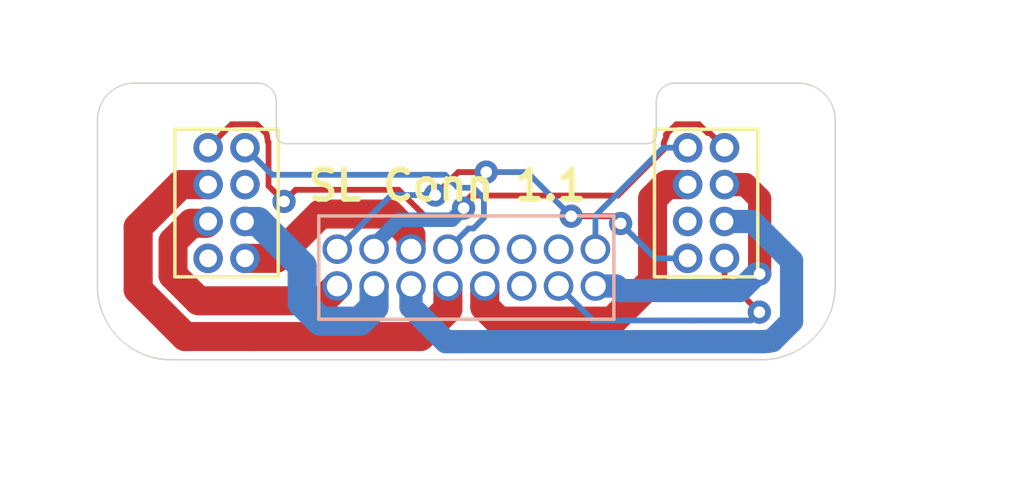
<source format=kicad_pcb>
(kicad_pcb (version 20171130) (host pcbnew "(5.1.4)-1")

  (general
    (thickness 1.6)
    (drawings 17)
    (tracks 128)
    (zones 0)
    (modules 3)
    (nets 13)
  )

  (page A4)
  (layers
    (0 F.Cu signal)
    (31 B.Cu signal)
    (32 B.Adhes user)
    (33 F.Adhes user)
    (34 B.Paste user)
    (35 F.Paste user)
    (36 B.SilkS user)
    (37 F.SilkS user)
    (38 B.Mask user)
    (39 F.Mask user)
    (40 Dwgs.User user)
    (41 Cmts.User user)
    (42 Eco1.User user)
    (43 Eco2.User user)
    (44 Edge.Cuts user)
    (45 Margin user)
    (46 B.CrtYd user)
    (47 F.CrtYd user)
    (48 B.Fab user)
    (49 F.Fab user)
  )

  (setup
    (last_trace_width 0.25)
    (user_trace_width 0.2)
    (user_trace_width 0.5)
    (user_trace_width 0.8)
    (user_trace_width 1)
    (trace_clearance 0.2)
    (zone_clearance 0.2032)
    (zone_45_only no)
    (trace_min 0.2)
    (via_size 0.8)
    (via_drill 0.4)
    (via_min_size 0.4)
    (via_min_drill 0.3)
    (uvia_size 0.3)
    (uvia_drill 0.1)
    (uvias_allowed no)
    (uvia_min_size 0.2)
    (uvia_min_drill 0.1)
    (edge_width 0.05)
    (segment_width 0.2)
    (pcb_text_width 0.3)
    (pcb_text_size 1.5 1.5)
    (mod_edge_width 0.12)
    (mod_text_size 1 1)
    (mod_text_width 0.15)
    (pad_size 1.524 1.524)
    (pad_drill 0.762)
    (pad_to_mask_clearance 0.051)
    (solder_mask_min_width 0.25)
    (aux_axis_origin 0 0)
    (visible_elements 7FFFFFFF)
    (pcbplotparams
      (layerselection 0x010fc_ffffffff)
      (usegerberextensions false)
      (usegerberattributes false)
      (usegerberadvancedattributes false)
      (creategerberjobfile false)
      (excludeedgelayer true)
      (linewidth 0.100000)
      (plotframeref false)
      (viasonmask false)
      (mode 1)
      (useauxorigin false)
      (hpglpennumber 1)
      (hpglpenspeed 20)
      (hpglpendiameter 15.000000)
      (psnegative false)
      (psa4output false)
      (plotreference true)
      (plotvalue true)
      (plotinvisibletext false)
      (padsonsilk false)
      (subtractmaskfromsilk false)
      (outputformat 1)
      (mirror false)
      (drillshape 0)
      (scaleselection 1)
      (outputdirectory "SkateLightConnBoard1.1/"))
  )

  (net 0 "")
  (net 1 +3V3)
  (net 2 LightSense1)
  (net 3 LED1A)
  (net 4 LightSense2)
  (net 5 LED1C)
  (net 6 LED2A)
  (net 7 temp1)
  (net 8 GND)
  (net 9 temp2)
  (net 10 LED3A)
  (net 11 LED2C)
  (net 12 LED3C)

  (net_class Default "This is the default net class."
    (clearance 0.2)
    (trace_width 0.25)
    (via_dia 0.8)
    (via_drill 0.4)
    (uvia_dia 0.3)
    (uvia_drill 0.1)
    (add_net +3V3)
    (add_net GND)
    (add_net LED1A)
    (add_net LED1C)
    (add_net LED2A)
    (add_net LED2C)
    (add_net LED3A)
    (add_net LED3C)
    (add_net LightSense1)
    (add_net LightSense2)
    (add_net temp1)
    (add_net temp2)
  )

  (module LolomoloKiCADLib:Conn_2x8_0.05in (layer B.Cu) (tedit 5DB37465) (tstamp 5DCE2F55)
    (at -4.445 1.5875 270)
    (path /5DE6E5D9)
    (fp_text reference J2 (at 0.6604 1.524 270) (layer B.SilkS) hide
      (effects (font (size 1 1) (thickness 0.15)) (justify mirror))
    )
    (fp_text value Conn_02x08_Odd_Even (at 0 0.5 270) (layer B.Fab)
      (effects (font (size 1 1) (thickness 0.15)) (justify mirror))
    )
    (fp_line (start -1.143 -9.525) (end -1.143 0.635) (layer B.SilkS) (width 0.12))
    (fp_line (start 2.413 -9.525) (end -1.143 -9.525) (layer B.SilkS) (width 0.12))
    (fp_line (start 2.413 0.635) (end 2.413 -9.525) (layer B.SilkS) (width 0.12))
    (fp_line (start -1.143 0.635) (end 2.413 0.635) (layer B.SilkS) (width 0.12))
    (pad 16 thru_hole circle (at 1.27 -8.89 270) (size 1.016 1.016) (drill 0.7112) (layers *.Cu *.Mask)
      (net 3 LED1A))
    (pad 15 thru_hole circle (at 0 -8.89 270) (size 1.016 1.016) (drill 0.7112) (layers *.Cu *.Mask)
      (net 2 LightSense1))
    (pad 14 thru_hole circle (at 1.27 -7.62 270) (size 1.016 1.016) (drill 0.7112) (layers *.Cu *.Mask)
      (net 7 temp1))
    (pad 13 thru_hole circle (at 0 -7.62 270) (size 1.016 1.016) (drill 0.7112) (layers *.Cu *.Mask))
    (pad 12 thru_hole circle (at 1.27 -6.35 270) (size 1.016 1.016) (drill 0.7112) (layers *.Cu *.Mask))
    (pad 11 thru_hole circle (at 0 -6.35 270) (size 1.016 1.016) (drill 0.7112) (layers *.Cu *.Mask))
    (pad 10 thru_hole circle (at 1.27 -5.08 270) (size 1.016 1.016) (drill 0.7112) (layers *.Cu *.Mask)
      (net 6 LED2A))
    (pad 9 thru_hole circle (at 0 -5.08 270) (size 1.016 1.016) (drill 0.7112) (layers *.Cu *.Mask))
    (pad 8 thru_hole circle (at 1.27 -3.81 270) (size 1.016 1.016) (drill 0.7112) (layers *.Cu *.Mask)
      (net 10 LED3A))
    (pad 7 thru_hole circle (at 0 -3.81 270) (size 1.016 1.016) (drill 0.7112) (layers *.Cu *.Mask)
      (net 4 LightSense2))
    (pad 6 thru_hole circle (at 1.27 -2.54 270) (size 1.016 1.016) (drill 0.7112) (layers *.Cu *.Mask)
      (net 5 LED1C))
    (pad 5 thru_hole circle (at 0 -2.54 270) (size 1.016 1.016) (drill 0.7112) (layers *.Cu *.Mask)
      (net 9 temp2))
    (pad 4 thru_hole circle (at 1.27 -1.27 270) (size 1.016 1.016) (drill 0.7112) (layers *.Cu *.Mask)
      (net 11 LED2C))
    (pad 3 thru_hole circle (at 0 -1.27 270) (size 1.016 1.016) (drill 0.7112) (layers *.Cu *.Mask)
      (net 1 +3V3))
    (pad 2 thru_hole circle (at 1.27 0 270) (size 1.016 1.016) (drill 0.7112) (layers *.Cu *.Mask)
      (net 12 LED3C))
    (pad 1 thru_hole circle (at 0 0 270) (size 1.016 1.016) (drill 0.7112) (layers *.Cu *.Mask)
      (net 8 GND))
  )

  (module LolomoloKiCADLib:Conn_2x4_0.05in (layer F.Cu) (tedit 5DB23ACC) (tstamp 5DB390FA)
    (at 7.62 -1.905)
    (path /5DE6DC03)
    (fp_text reference J1 (at 0.6604 -1.524) (layer F.SilkS) hide
      (effects (font (size 1 1) (thickness 0.15)))
    )
    (fp_text value Conn_02x04_Odd_Even (at 3.0226 -4.18846) (layer F.Fab)
      (effects (font (size 1 1) (thickness 0.15)))
    )
    (fp_line (start -1.143 -0.635) (end 2.413 -0.635) (layer F.SilkS) (width 0.12))
    (fp_line (start 2.413 -0.635) (end 2.413 4.445) (layer F.SilkS) (width 0.12))
    (fp_line (start 2.413 4.445) (end -1.143 4.445) (layer F.SilkS) (width 0.12))
    (fp_line (start -1.143 4.445) (end -1.143 -0.635) (layer F.SilkS) (width 0.12))
    (pad 1 thru_hole circle (at 0 0) (size 1.016 1.016) (drill 0.6096) (layers *.Cu *.Mask)
      (net 2 LightSense1))
    (pad 2 thru_hole circle (at 1.27 0) (size 1.016 1.016) (drill 0.6096) (layers *.Cu *.Mask)
      (net 1 +3V3))
    (pad 3 thru_hole circle (at 0 1.27) (size 1.016 1.016) (drill 0.6096) (layers *.Cu *.Mask)
      (net 6 LED2A))
    (pad 4 thru_hole circle (at 1.27 1.27) (size 1.016 1.016) (drill 0.6096) (layers *.Cu *.Mask)
      (net 3 LED1A))
    (pad 5 thru_hole circle (at 0 2.54) (size 1.016 1.016) (drill 0.6096) (layers *.Cu *.Mask))
    (pad 6 thru_hole circle (at 1.27 2.54) (size 1.016 1.016) (drill 0.6096) (layers *.Cu *.Mask)
      (net 5 LED1C))
    (pad 7 thru_hole circle (at 0 3.81) (size 1.016 1.016) (drill 0.6096) (layers *.Cu *.Mask)
      (net 8 GND))
    (pad 8 thru_hole circle (at 1.27 3.81) (size 1.016 1.016) (drill 0.6096) (layers *.Cu *.Mask)
      (net 7 temp1))
  )

  (module LolomoloKiCADLib:Conn_2x4_0.05in (layer F.Cu) (tedit 5DB23ACC) (tstamp 5DC239E6)
    (at -8.89 -1.905)
    (path /5DE7099D)
    (fp_text reference J3 (at 0.6604 -1.524) (layer F.SilkS) hide
      (effects (font (size 1 1) (thickness 0.15)))
    )
    (fp_text value Conn_02x04_Odd_Even (at 1.41224 -3.94716) (layer F.Fab)
      (effects (font (size 1 1) (thickness 0.15)))
    )
    (fp_line (start -1.143 4.445) (end -1.143 -0.635) (layer F.SilkS) (width 0.12))
    (fp_line (start 2.413 4.445) (end -1.143 4.445) (layer F.SilkS) (width 0.12))
    (fp_line (start 2.413 -0.635) (end 2.413 4.445) (layer F.SilkS) (width 0.12))
    (fp_line (start -1.143 -0.635) (end 2.413 -0.635) (layer F.SilkS) (width 0.12))
    (pad 8 thru_hole circle (at 1.27 3.81) (size 1.016 1.016) (drill 0.6096) (layers *.Cu *.Mask)
      (net 9 temp2))
    (pad 7 thru_hole circle (at 0 3.81) (size 1.016 1.016) (drill 0.6096) (layers *.Cu *.Mask)
      (net 8 GND))
    (pad 6 thru_hole circle (at 1.27 2.54) (size 1.016 1.016) (drill 0.6096) (layers *.Cu *.Mask)
      (net 11 LED2C))
    (pad 5 thru_hole circle (at 0 2.54) (size 1.016 1.016) (drill 0.6096) (layers *.Cu *.Mask)
      (net 12 LED3C))
    (pad 4 thru_hole circle (at 1.27 1.27) (size 1.016 1.016) (drill 0.6096) (layers *.Cu *.Mask))
    (pad 3 thru_hole circle (at 0 1.27) (size 1.016 1.016) (drill 0.6096) (layers *.Cu *.Mask)
      (net 10 LED3A))
    (pad 2 thru_hole circle (at 1.27 0) (size 1.016 1.016) (drill 0.6096) (layers *.Cu *.Mask)
      (net 4 LightSense2))
    (pad 1 thru_hole circle (at 0 0) (size 1.016 1.016) (drill 0.6096) (layers *.Cu *.Mask)
      (net 1 +3V3))
  )

  (gr_text "SL Conn 1.1" (at -0.65532 -0.60452) (layer F.SilkS)
    (effects (font (size 1.016 1.016) (thickness 0.2032)))
  )
  (gr_arc (start -11.43 -2.8575) (end -12.7 -2.8575) (angle 90) (layer Edge.Cuts) (width 0.05) (tstamp 5DB3900B))
  (gr_arc (start -7.1755 -3.4925) (end -7.1755 -4.1275) (angle 90) (layer Edge.Cuts) (width 0.05) (tstamp 5DB3900A))
  (gr_line (start -11.43 -4.1275) (end -7.1755 -4.1275) (layer Edge.Cuts) (width 0.05) (tstamp 5DB39009))
  (gr_arc (start -6.223 -2.3622) (end -6.5405 -2.3622) (angle -90) (layer Edge.Cuts) (width 0.05) (tstamp 5DB39008))
  (gr_line (start -6.5405 -3.4925) (end -6.5405 -2.3622) (layer Edge.Cuts) (width 0.05) (tstamp 5DB39007))
  (gr_arc (start -10.16 2.8575) (end -10.16 5.3975) (angle 90) (layer Edge.Cuts) (width 0.05) (tstamp 5DB39006))
  (gr_line (start -12.7 2.8575) (end -12.7 -2.8575) (layer Edge.Cuts) (width 0.05) (tstamp 5DB39005))
  (gr_line (start 6.223 -2.0447) (end -6.223 -2.0447) (layer Edge.Cuts) (width 0.05) (tstamp 5DB38FE2))
  (gr_arc (start 6.223 -2.3622) (end 6.5405 -2.3622) (angle 90) (layer Edge.Cuts) (width 0.05))
  (gr_line (start 6.5405 -3.4925) (end 6.5405 -2.3622) (layer Edge.Cuts) (width 0.05))
  (gr_arc (start 7.1755 -3.4925) (end 7.1755 -4.1275) (angle -90) (layer Edge.Cuts) (width 0.05))
  (gr_line (start 11.43 -4.1275) (end 7.1755 -4.1275) (layer Edge.Cuts) (width 0.05))
  (gr_arc (start 11.43 -2.8575) (end 12.7 -2.8575) (angle -90) (layer Edge.Cuts) (width 0.05))
  (gr_line (start 12.7 2.8575) (end 12.7 -2.8575) (layer Edge.Cuts) (width 0.05))
  (gr_arc (start 10.16 2.8575) (end 10.16 5.3975) (angle -90) (layer Edge.Cuts) (width 0.05))
  (gr_line (start 10.16 5.3975) (end -10.16 5.3975) (layer Edge.Cuts) (width 0.05) (tstamp 5DB39003))

  (segment (start 8.007841 -2.713001) (end 7.232159 -2.713001) (width 0.2) (layer F.Cu) (net 1))
  (segment (start 8.307843 -2.412999) (end 8.007841 -2.713001) (width 0.2) (layer F.Cu) (net 1))
  (segment (start 8.89 -1.905) (end 8.382001 -2.412999) (width 0.2) (layer F.Cu) (net 1))
  (segment (start 8.382001 -2.412999) (end 8.307843 -2.412999) (width 0.2) (layer F.Cu) (net 1))
  (segment (start 7.232159 -2.713001) (end 6.872748 -2.35359) (width 0.2) (layer F.Cu) (net 1))
  (segment (start 6.902154 -2.324183) (end 6.79958 -2.076536) (width 0.2) (layer F.Cu) (net 1))
  (segment (start 6.872748 -2.35359) (end 6.902154 -2.324183) (width 0.2) (layer F.Cu) (net 1))
  (segment (start 6.79958 -2.076536) (end 6.79958 -1.84404) (width 0.2) (layer F.Cu) (net 1))
  (segment (start 6.79958 -1.84404) (end 5.21208 -0.25654) (width 0.2) (layer F.Cu) (net 1))
  (segment (start 5.21208 -0.25654) (end 0.17018 -0.25654) (width 0.2) (layer F.Cu) (net 1))
  (segment (start -5.875677 -0.455006) (end -6.275676 -0.055007) (width 0.2) (layer F.Cu) (net 1))
  (segment (start -6.80974 -2.089724) (end -6.80974 -0.589071) (width 0.2) (layer F.Cu) (net 1))
  (segment (start 0.17018 -0.25654) (end 0.199936 -0.226784) (width 0.2) (layer F.Cu) (net 1))
  (segment (start -1.166988 0.712701) (end -2.334695 -0.455006) (width 0.2) (layer F.Cu) (net 1))
  (segment (start 0.199936 -0.118515) (end -0.094362 0.175783) (width 0.2) (layer F.Cu) (net 1))
  (via (at -0.094362 0.175783) (size 0.8) (drill 0.4) (layers F.Cu B.Cu) (net 1))
  (segment (start 0.199936 -0.226784) (end 0.199936 -0.118515) (width 0.2) (layer F.Cu) (net 1))
  (segment (start -8.89 -1.905) (end -8.081999 -2.713001) (width 0.2) (layer F.Cu) (net 1))
  (segment (start -6.675675 -0.455006) (end -6.275676 -0.055007) (width 0.2) (layer F.Cu) (net 1))
  (segment (start -0.799061 0.712701) (end -1.166988 0.712701) (width 0.2) (layer F.Cu) (net 1))
  (segment (start -6.80974 -0.589071) (end -6.675675 -0.455006) (width 0.2) (layer F.Cu) (net 1))
  (segment (start 0.17018 -0.25654) (end -0.799061 0.712701) (width 0.2) (layer F.Cu) (net 1))
  (via (at -6.275676 -0.055007) (size 0.8) (drill 0.4) (layers F.Cu B.Cu) (net 1))
  (segment (start -2.334695 -0.455006) (end -5.875677 -0.455006) (width 0.2) (layer F.Cu) (net 1))
  (segment (start -6.830408 -2.104389) (end -6.80974 -2.089724) (width 0.2) (layer F.Cu) (net 1))
  (segment (start -6.876488 -2.375608) (end -6.830408 -2.104389) (width 0.2) (layer F.Cu) (net 1))
  (segment (start -7.213881 -2.713001) (end -6.876488 -2.375608) (width 0.2) (layer F.Cu) (net 1))
  (segment (start -8.081999 -2.713001) (end -7.213881 -2.713001) (width 0.2) (layer F.Cu) (net 1))
  (segment (start -3.175 1.439658) (end -3.175 1.5875) (width 0.5) (layer B.Cu) (net 1))
  (segment (start -2.311124 0.575782) (end -3.175 1.439658) (width 0.5) (layer B.Cu) (net 1))
  (segment (start -0.494361 0.575782) (end -2.311124 0.575782) (width 0.5) (layer B.Cu) (net 1))
  (segment (start -0.094362 0.175783) (end -0.494361 0.575782) (width 0.5) (layer B.Cu) (net 1))
  (segment (start 4.445 0.435114) (end 4.445 0.86908) (width 0.2) (layer B.Cu) (net 2))
  (segment (start 6.785114 -1.905) (end 4.445 0.435114) (width 0.2) (layer B.Cu) (net 2))
  (segment (start 4.445 0.86908) (end 4.445 1.5875) (width 0.2) (layer B.Cu) (net 2))
  (segment (start 7.62 -1.905) (end 6.785114 -1.905) (width 0.2) (layer B.Cu) (net 2))
  (via (at 10.098001 2.441979) (size 0.8) (drill 0.4) (layers F.Cu B.Cu) (net 3))
  (segment (start 10.098001 1.876294) (end 10.098001 2.441979) (width 0.8) (layer F.Cu) (net 3))
  (segment (start 10.098001 -0.145419) (end 10.098001 1.876294) (width 0.8) (layer F.Cu) (net 3))
  (segment (start 9.60842 -0.635) (end 10.098001 -0.145419) (width 0.8) (layer F.Cu) (net 3))
  (segment (start 8.89 -0.635) (end 9.60842 -0.635) (width 0.8) (layer F.Cu) (net 3))
  (segment (start 10.098001 2.441979) (end 9.992863 2.441979) (width 0.8) (layer B.Cu) (net 3))
  (segment (start 9.992863 2.441979) (end 9.421841 3.013001) (width 0.8) (layer B.Cu) (net 3))
  (segment (start 9.421841 3.013001) (end 5.318921 3.013001) (width 0.8) (layer B.Cu) (net 3))
  (segment (start 5.16342 2.8575) (end 4.445 2.8575) (width 0.8) (layer B.Cu) (net 3))
  (segment (start 5.318921 3.013001) (end 5.16342 2.8575) (width 0.8) (layer B.Cu) (net 3))
  (segment (start -1.407156 -0.972017) (end -6.687017 -0.972017) (width 0.2) (layer B.Cu) (net 4))
  (segment (start -0.635 1.5875) (end 0.076716 0.875784) (width 0.2) (layer B.Cu) (net 4))
  (segment (start -0.732939 -0.97423) (end -1.404943 -0.97423) (width 0.2) (layer B.Cu) (net 4))
  (segment (start 0.241639 0.875784) (end 0.605639 0.511784) (width 0.2) (layer B.Cu) (net 4))
  (segment (start -6.687017 -0.972017) (end -7.112001 -1.397001) (width 0.2) (layer B.Cu) (net 4))
  (segment (start 0.076716 0.875784) (end 0.241639 0.875784) (width 0.2) (layer B.Cu) (net 4))
  (segment (start 0.241639 -0.524218) (end -0.282927 -0.524218) (width 0.2) (layer B.Cu) (net 4))
  (segment (start -7.112001 -1.397001) (end -7.62 -1.905) (width 0.2) (layer B.Cu) (net 4))
  (segment (start -1.404943 -0.97423) (end -1.407156 -0.972017) (width 0.2) (layer B.Cu) (net 4))
  (segment (start -0.282927 -0.524218) (end -0.732939 -0.97423) (width 0.2) (layer B.Cu) (net 4))
  (segment (start 0.605639 0.511784) (end 0.605639 -0.160218) (width 0.2) (layer B.Cu) (net 4))
  (segment (start 0.605639 -0.160218) (end 0.241639 -0.524218) (width 0.2) (layer B.Cu) (net 4))
  (segment (start 11.19801 4.071145) (end 10.53358 4.735575) (width 0.8) (layer B.Cu) (net 5))
  (segment (start 10.385051 4.759099) (end 10.310256 4.766466) (width 0.8) (layer B.Cu) (net 5))
  (segment (start -0.70843 4.77249) (end -1.905 3.57592) (width 0.8) (layer B.Cu) (net 5))
  (segment (start 10.459561 4.748793) (end 10.385051 4.759099) (width 0.8) (layer B.Cu) (net 5))
  (segment (start 10.310256 4.766466) (end 10.235167 4.770894) (width 0.8) (layer B.Cu) (net 5))
  (segment (start 10.53358 4.735575) (end 10.459561 4.748793) (width 0.8) (layer B.Cu) (net 5))
  (segment (start 8.89 0.635) (end 9.84667 0.635) (width 0.8) (layer B.Cu) (net 5))
  (segment (start 10.153887 4.77249) (end -0.70843 4.77249) (width 0.8) (layer B.Cu) (net 5))
  (segment (start 11.19801 1.98634) (end 11.19801 4.071145) (width 0.8) (layer B.Cu) (net 5))
  (segment (start -1.905 3.57592) (end -1.905 2.8575) (width 0.8) (layer B.Cu) (net 5))
  (segment (start 9.84667 0.635) (end 11.19801 1.98634) (width 0.8) (layer B.Cu) (net 5))
  (segment (start 10.235167 4.770894) (end 10.153887 4.77249) (width 0.8) (layer B.Cu) (net 5))
  (segment (start 0.635 2.8575) (end 0.635 3.57592) (width 1) (layer F.Cu) (net 6))
  (segment (start 6.411999 -0.145419) (end 6.90158 -0.635) (width 1) (layer F.Cu) (net 6))
  (segment (start 6.90158 -0.635) (end 7.62 -0.635) (width 1) (layer F.Cu) (net 6))
  (segment (start 6.411999 2.678343) (end 6.411999 -0.145419) (width 1) (layer F.Cu) (net 6))
  (segment (start 5.024841 4.065501) (end 6.411999 2.678343) (width 1) (layer F.Cu) (net 6))
  (segment (start 1.124581 4.065501) (end 5.024841 4.065501) (width 1) (layer F.Cu) (net 6))
  (segment (start 0.635 3.57592) (end 1.124581 4.065501) (width 1) (layer F.Cu) (net 6))
  (segment (start 3.175 2.8575) (end 4.36118 4.04368) (width 0.2) (layer B.Cu) (net 7))
  (segment (start 7.724141 4.043679) (end 7.82828 4.043679) (width 0.2) (layer B.Cu) (net 7))
  (segment (start 4.36118 4.04368) (end 7.724141 4.043679) (width 0.2) (layer B.Cu) (net 7))
  (via (at 10.089198 3.757754) (size 0.8) (drill 0.4) (layers F.Cu B.Cu) (net 7))
  (segment (start 9.803273 4.043679) (end 10.089198 3.757754) (width 0.2) (layer B.Cu) (net 7))
  (segment (start 7.82828 4.043679) (end 9.803273 4.043679) (width 0.2) (layer B.Cu) (net 7))
  (segment (start 8.89 2.558556) (end 8.89 1.905) (width 0.2) (layer F.Cu) (net 7))
  (segment (start 10.089198 3.757754) (end 8.89 2.558556) (width 0.2) (layer F.Cu) (net 7))
  (via (at 0.686295 -1.064862) (size 0.8) (drill 0.4) (layers F.Cu B.Cu) (net 8))
  (via (at 3.60934 0.45466) (size 0.8) (drill 0.4) (layers F.Cu B.Cu) (net 8))
  (segment (start 0.686295 -1.064862) (end 2.089818 -1.064862) (width 0.2) (layer B.Cu) (net 8))
  (segment (start 2.089818 -1.064862) (end 3.60934 0.45466) (width 0.2) (layer B.Cu) (net 8))
  (via (at 5.311989 0.705525) (size 0.8) (drill 0.4) (layers F.Cu B.Cu) (net 8))
  (segment (start 5.061124 0.45466) (end 5.311989 0.705525) (width 0.2) (layer F.Cu) (net 8))
  (segment (start 3.60934 0.45466) (end 5.061124 0.45466) (width 0.2) (layer F.Cu) (net 8))
  (segment (start 6.511464 1.905) (end 7.62 1.905) (width 0.2) (layer B.Cu) (net 8))
  (segment (start 5.311989 0.705525) (end 6.511464 1.905) (width 0.2) (layer B.Cu) (net 8))
  (segment (start -1.634626 -0.274228) (end -1.068941 -0.274228) (width 0.2) (layer B.Cu) (net 8))
  (segment (start -2.583272 -0.274228) (end -1.634626 -0.274228) (width 0.2) (layer B.Cu) (net 8))
  (segment (start -4.445 1.5875) (end -2.583272 -0.274228) (width 0.2) (layer B.Cu) (net 8))
  (segment (start -0.278307 -1.064862) (end -0.668942 -0.674227) (width 0.2) (layer F.Cu) (net 8))
  (segment (start 0.686295 -1.064862) (end -0.278307 -1.064862) (width 0.2) (layer F.Cu) (net 8))
  (segment (start -0.668942 -0.674227) (end -1.068941 -0.274228) (width 0.2) (layer F.Cu) (net 8))
  (via (at -1.068941 -0.274228) (size 0.8) (drill 0.4) (layers F.Cu B.Cu) (net 8))
  (segment (start -5.024841 0.379499) (end -2.641506 0.379499) (width 1) (layer F.Cu) (net 9))
  (segment (start -7.62 1.905) (end -6.550342 1.905) (width 1) (layer F.Cu) (net 9))
  (segment (start -6.550342 1.905) (end -5.024841 0.379499) (width 1) (layer F.Cu) (net 9))
  (segment (start -2.641506 0.379499) (end -1.905 1.116005) (width 1) (layer F.Cu) (net 9))
  (segment (start -1.905 1.116005) (end -1.905 1.5875) (width 1) (layer F.Cu) (net 9))
  (segment (start -0.635 3.647762) (end -0.635 2.8575) (width 1) (layer F.Cu) (net 10) (status 20))
  (segment (start -1.584638 4.5974) (end -0.635 3.647762) (width 1) (layer F.Cu) (net 10))
  (segment (start -9.682513 4.5974) (end -7.36346 4.5974) (width 1) (layer F.Cu) (net 10))
  (segment (start -11.298012 0.828099) (end -11.298012 2.981901) (width 1) (layer F.Cu) (net 10))
  (segment (start -11.298012 2.981901) (end -9.682513 4.5974) (width 1) (layer F.Cu) (net 10))
  (segment (start -9.834913 -0.635) (end -11.298012 0.828099) (width 1) (layer F.Cu) (net 10))
  (segment (start -8.89 -0.635) (end -9.834913 -0.635) (width 1) (layer F.Cu) (net 10))
  (segment (start -7.36346 4.5974) (end -1.584638 4.5974) (width 1) (layer F.Cu) (net 10))
  (segment (start -5.024841 4.065501) (end -3.664581 4.065501) (width 1) (layer B.Cu) (net 11))
  (segment (start -7.175949 0.635) (end -5.653001 2.157948) (width 1) (layer B.Cu) (net 11))
  (segment (start -7.62 0.635) (end -7.175949 0.635) (width 1) (layer B.Cu) (net 11))
  (segment (start -5.653001 3.437341) (end -5.024841 4.065501) (width 1) (layer B.Cu) (net 11))
  (segment (start -5.653001 2.157948) (end -5.653001 3.437341) (width 1) (layer B.Cu) (net 11))
  (segment (start -3.664581 4.065501) (end -3.175 3.57592) (width 1) (layer B.Cu) (net 11))
  (segment (start -3.175 3.57592) (end -3.175 2.8575) (width 1) (layer B.Cu) (net 11))
  (segment (start -8.951999 0.696999) (end -8.89 0.635) (width 1) (layer F.Cu) (net 12))
  (segment (start -9.469841 0.696999) (end -8.951999 0.696999) (width 1) (layer F.Cu) (net 12))
  (segment (start -10.098001 1.325159) (end -9.469841 0.696999) (width 1) (layer F.Cu) (net 12))
  (segment (start -10.098001 2.484841) (end -10.098001 1.325159) (width 1) (layer F.Cu) (net 12))
  (segment (start -9.217343 3.365499) (end -10.098001 2.484841) (width 1) (layer F.Cu) (net 12))
  (segment (start -4.952999 3.365499) (end -9.217343 3.365499) (width 1) (layer F.Cu) (net 12))
  (segment (start -4.445 2.8575) (end -4.952999 3.365499) (width 1) (layer F.Cu) (net 12))

  (zone (net 8) (net_name GND) (layer B.Cu) (tstamp 5DCE4C77) (hatch edge 0.508)
    (connect_pads (clearance 0.2032))
    (min_thickness 0.2032)
    (fill (arc_segments 32) (thermal_gap 0.254) (thermal_bridge_width 0.508))
    (polygon
      (pts
        (xy -15.14348 -4.52628) (xy 15.2527 -4.52628) (xy 15.2527 5.68452) (xy -15.34922 5.68452) (xy -15.3543 5.68706)
      )
    )
  )
  (zone (net 8) (net_name GND) (layer F.Cu) (tstamp 5DCE4C74) (hatch edge 0.508)
    (connect_pads (clearance 0.2032))
    (min_thickness 0.2032)
    (fill (arc_segments 32) (thermal_gap 0.254) (thermal_bridge_width 0.508))
    (polygon
      (pts
        (xy -15.13586 -4.52374) (xy 15.26032 -4.52374) (xy 15.26032 5.68706) (xy -15.3416 5.68706) (xy -15.34668 5.6896)
      )
    )
  )
)

</source>
